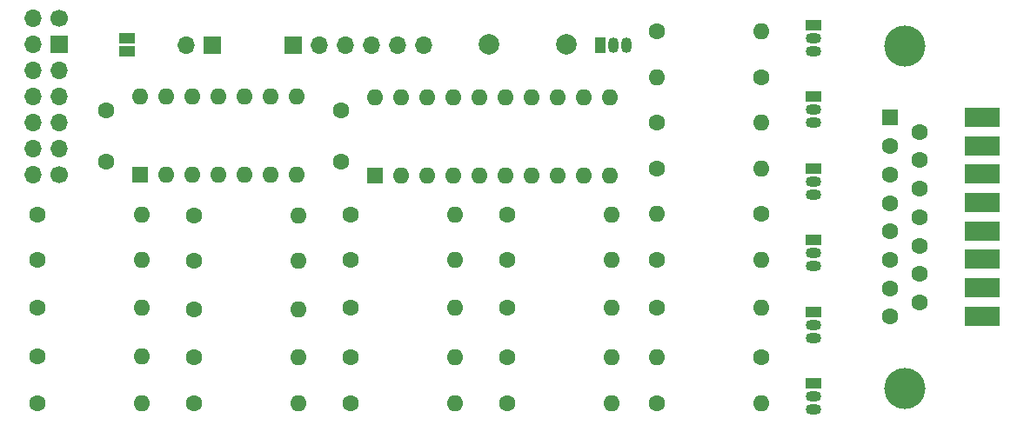
<source format=gbr>
%TF.GenerationSoftware,KiCad,Pcbnew,7.0.8*%
%TF.CreationDate,2026-01-30T12:59:00+01:00*%
%TF.ProjectId,colorswitch,636f6c6f-7273-4776-9974-63682e6b6963,rev?*%
%TF.SameCoordinates,Original*%
%TF.FileFunction,Soldermask,Top*%
%TF.FilePolarity,Negative*%
%FSLAX46Y46*%
G04 Gerber Fmt 4.6, Leading zero omitted, Abs format (unit mm)*
G04 Created by KiCad (PCBNEW 7.0.8) date 2026-01-30 12:59:00*
%MOMM*%
%LPD*%
G01*
G04 APERTURE LIST*
%ADD10R,1.500000X1.050000*%
%ADD11O,1.500000X1.050000*%
%ADD12O,1.600000X1.600000*%
%ADD13C,1.600000*%
%ADD14R,1.700000X1.700000*%
%ADD15O,1.700000X1.700000*%
%ADD16C,1.700000*%
%ADD17R,1.600000X1.600000*%
%ADD18C,2.000000*%
%ADD19R,1.050000X1.500000*%
%ADD20O,1.050000X1.500000*%
%ADD21R,1.500000X1.000000*%
%ADD22C,4.000000*%
%ADD23R,3.480000X1.846667*%
G04 APERTURE END LIST*
D10*
%TO.C,Q2*%
X175248159Y-78085000D03*
D11*
X175248159Y-79355000D03*
X175248159Y-80625000D03*
%TD*%
D12*
%TO.C,R30*%
X155575000Y-114935000D03*
D13*
X145415000Y-114935000D03*
%TD*%
%TO.C,R23*%
X130175000Y-105664000D03*
D12*
X140335000Y-105664000D03*
%TD*%
D14*
%TO.C,J2*%
X124587000Y-80030000D03*
D15*
X127127000Y-80030000D03*
X129667000Y-80030000D03*
X132207000Y-80030000D03*
X134747000Y-80030000D03*
X137287000Y-80030000D03*
%TD*%
D14*
%TO.C,J3*%
X116705000Y-80030000D03*
D15*
X114165000Y-80030000D03*
%TD*%
D13*
%TO.C,R5*%
X160020000Y-114935000D03*
D12*
X170180000Y-114935000D03*
%TD*%
D16*
%TO.C,J3*%
X101859000Y-92710000D03*
D15*
X99319000Y-92710000D03*
%TD*%
D12*
%TO.C,R13*%
X125095000Y-105791000D03*
D13*
X114935000Y-105791000D03*
%TD*%
%TO.C,R15*%
X114935000Y-114935000D03*
D12*
X125095000Y-114935000D03*
%TD*%
D14*
%TO.C,J1*%
X101854000Y-80010000D03*
D15*
X99314000Y-80010000D03*
X101854000Y-82550000D03*
X99314000Y-82550000D03*
X101854000Y-85090000D03*
X99314000Y-85090000D03*
X101854000Y-87630000D03*
X99314000Y-87630000D03*
X101854000Y-90170000D03*
X99314000Y-90170000D03*
%TD*%
D17*
%TO.C,U2*%
X109728000Y-92710000D03*
D12*
X112268000Y-92710000D03*
X114808000Y-92710000D03*
X117348000Y-92710000D03*
X119888000Y-92710000D03*
X122428000Y-92710000D03*
X124968000Y-92710000D03*
X124968000Y-85090000D03*
X122428000Y-85090000D03*
X119888000Y-85090000D03*
X117348000Y-85090000D03*
X114808000Y-85090000D03*
X112268000Y-85090000D03*
X109728000Y-85090000D03*
%TD*%
D18*
%TO.C,C3*%
X143683159Y-80010000D03*
X151183159Y-80010000D03*
%TD*%
D13*
%TO.C,R11*%
X114935000Y-96647000D03*
D12*
X125095000Y-96647000D03*
%TD*%
D13*
%TO.C,R17*%
X99695000Y-100985000D03*
D12*
X109855000Y-100985000D03*
%TD*%
D19*
%TO.C,Q8*%
X154478159Y-80030000D03*
D20*
X155748159Y-80030000D03*
X157018159Y-80030000D03*
%TD*%
D13*
%TO.C,R26*%
X145415000Y-96540000D03*
D12*
X155575000Y-96540000D03*
%TD*%
%TO.C,R27*%
X155575000Y-100985000D03*
D13*
X145415000Y-100985000D03*
%TD*%
D10*
%TO.C,Q3*%
X175248159Y-99040000D03*
D11*
X175248159Y-100310000D03*
X175248159Y-101580000D03*
%TD*%
D13*
%TO.C,R19*%
X99695000Y-110383000D03*
D12*
X109855000Y-110383000D03*
%TD*%
D13*
%TO.C,R29*%
X145415000Y-110490000D03*
D12*
X155575000Y-110490000D03*
%TD*%
D13*
%TO.C,R4*%
X160020000Y-92075000D03*
D12*
X170180000Y-92075000D03*
%TD*%
D13*
%TO.C,R14*%
X114935000Y-110490000D03*
D12*
X125095000Y-110490000D03*
%TD*%
D13*
%TO.C,R18*%
X99695000Y-105664000D03*
D12*
X109855000Y-105664000D03*
%TD*%
D21*
%TO.C,JP1*%
X108430000Y-79365000D03*
X108430000Y-80665000D03*
%TD*%
D10*
%TO.C,Q6*%
X175248159Y-106025000D03*
D11*
X175248159Y-107295000D03*
X175248159Y-108565000D03*
%TD*%
D13*
%TO.C,R16*%
X99695000Y-96540000D03*
D12*
X109855000Y-96540000D03*
%TD*%
D13*
%TO.C,R8*%
X170180000Y-83185000D03*
D12*
X160020000Y-83185000D03*
%TD*%
D13*
%TO.C,R10*%
X170180000Y-110490000D03*
D12*
X160020000Y-110490000D03*
%TD*%
D13*
%TO.C,R3*%
X160020000Y-100965000D03*
D12*
X170180000Y-100965000D03*
%TD*%
D13*
%TO.C,R25*%
X130175000Y-114955000D03*
D12*
X140335000Y-114955000D03*
%TD*%
D13*
%TO.C,R6*%
X160020000Y-105664000D03*
D12*
X170180000Y-105664000D03*
%TD*%
D13*
%TO.C,C1*%
X129286000Y-91400000D03*
X129286000Y-86400000D03*
%TD*%
D10*
%TO.C,Q5*%
X175248159Y-113010000D03*
D11*
X175248159Y-114280000D03*
X175248159Y-115550000D03*
%TD*%
D10*
%TO.C,Q1*%
X175248159Y-85070000D03*
D11*
X175248159Y-86340000D03*
X175248159Y-87610000D03*
%TD*%
D13*
%TO.C,R2*%
X160020000Y-78740000D03*
D12*
X170180000Y-78740000D03*
%TD*%
D13*
%TO.C,R9*%
X170180000Y-96520000D03*
D12*
X160020000Y-96520000D03*
%TD*%
D10*
%TO.C,Q4*%
X175248159Y-92055000D03*
D11*
X175248159Y-93325000D03*
X175248159Y-94595000D03*
%TD*%
D13*
%TO.C,R22*%
X130175000Y-100985000D03*
D12*
X140335000Y-100985000D03*
%TD*%
D13*
%TO.C,R28*%
X145415000Y-105664000D03*
D12*
X155575000Y-105664000D03*
%TD*%
D13*
%TO.C,R20*%
X99695000Y-114935000D03*
D12*
X109855000Y-114935000D03*
%TD*%
D13*
%TO.C,C2*%
X106426000Y-91400000D03*
X106426000Y-86400000D03*
%TD*%
%TO.C,R21*%
X130175000Y-96540000D03*
D12*
X140335000Y-96540000D03*
%TD*%
D16*
%TO.C,J3*%
X101835000Y-77470000D03*
D15*
X99295000Y-77470000D03*
%TD*%
D22*
%TO.C,J4*%
X184138159Y-113470000D03*
X184138159Y-80170000D03*
D17*
X182718159Y-87125000D03*
D13*
X182718159Y-89895000D03*
X182718159Y-92665000D03*
X182718159Y-95435000D03*
X182718159Y-98205000D03*
X182718159Y-100975000D03*
X182718159Y-103745000D03*
X182718159Y-106515000D03*
X185558159Y-88510000D03*
X185558159Y-91280000D03*
X185558159Y-94050000D03*
X185558159Y-96820000D03*
X185558159Y-99590000D03*
X185558159Y-102360000D03*
X185558159Y-105130000D03*
%TD*%
D17*
%TO.C,U1*%
X132593000Y-92730000D03*
D12*
X135133000Y-92730000D03*
X137673000Y-92730000D03*
X140213000Y-92730000D03*
X142753000Y-92730000D03*
X145293000Y-92730000D03*
X147833000Y-92730000D03*
X150373000Y-92730000D03*
X152913000Y-92730000D03*
X155453000Y-92730000D03*
X155453000Y-85110000D03*
X152913000Y-85110000D03*
X150373000Y-85110000D03*
X147833000Y-85110000D03*
X145293000Y-85110000D03*
X142753000Y-85110000D03*
X140213000Y-85110000D03*
X137673000Y-85110000D03*
X135133000Y-85110000D03*
X132593000Y-85110000D03*
%TD*%
D13*
%TO.C,R1*%
X160020000Y-87630000D03*
D12*
X170180000Y-87630000D03*
%TD*%
D13*
%TO.C,R24*%
X130175000Y-110490000D03*
D12*
X140335000Y-110490000D03*
%TD*%
D23*
%TO.C,J5*%
X191665500Y-106469000D03*
X191665500Y-103699000D03*
X191665500Y-100929000D03*
X191665500Y-98159000D03*
X191665500Y-95389000D03*
X191665500Y-92619000D03*
X191665500Y-89849000D03*
X191665500Y-87079000D03*
%TD*%
D13*
%TO.C,R12*%
X114935000Y-101092000D03*
D12*
X125095000Y-101092000D03*
%TD*%
M02*

</source>
